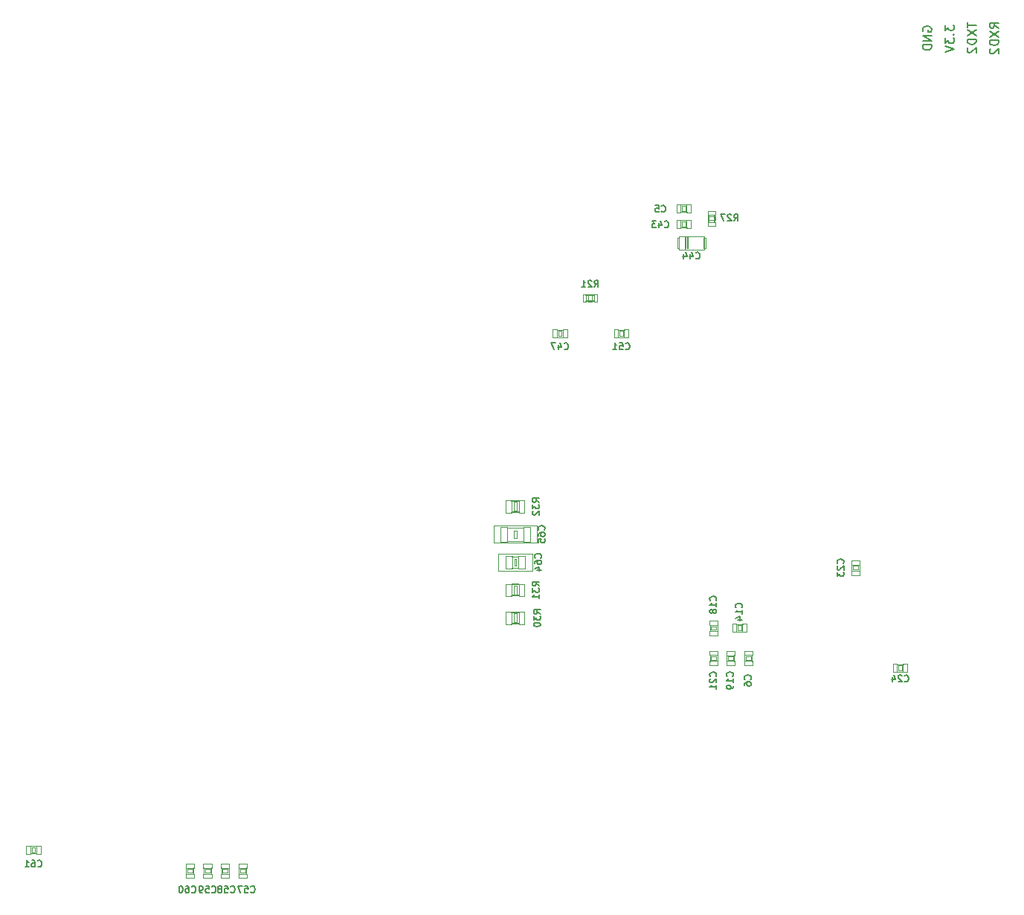
<source format=gbo>
G04 (created by PCBNEW (2013-03-19 BZR 4004)-stable) date 2015/1/22 14:09:10*
%MOIN*%
G04 Gerber Fmt 3.4, Leading zero omitted, Abs format*
%FSLAX34Y34*%
G01*
G70*
G90*
G04 APERTURE LIST*
%ADD10C,0*%
%ADD11C,0.008*%
%ADD12C,0.0026*%
%ADD13C,0.002*%
%ADD14C,0.004*%
%ADD15C,0.006*%
%ADD16C,0.0079*%
%ADD17C,0.005*%
G04 APERTURE END LIST*
G54D10*
G54D11*
X79161Y-31042D02*
X78971Y-30909D01*
X79161Y-30814D02*
X78761Y-30814D01*
X78761Y-30966D01*
X78780Y-31004D01*
X78800Y-31023D01*
X78838Y-31042D01*
X78895Y-31042D01*
X78933Y-31023D01*
X78952Y-31004D01*
X78971Y-30966D01*
X78971Y-30814D01*
X78761Y-31176D02*
X79161Y-31442D01*
X78761Y-31442D02*
X79161Y-31176D01*
X79161Y-31595D02*
X78761Y-31595D01*
X78761Y-31690D01*
X78780Y-31747D01*
X78819Y-31785D01*
X78857Y-31804D01*
X78933Y-31823D01*
X78990Y-31823D01*
X79066Y-31804D01*
X79104Y-31785D01*
X79142Y-31747D01*
X79161Y-31690D01*
X79161Y-31595D01*
X78800Y-31976D02*
X78780Y-31995D01*
X78761Y-32033D01*
X78761Y-32128D01*
X78780Y-32166D01*
X78800Y-32185D01*
X78838Y-32204D01*
X78876Y-32204D01*
X78933Y-32185D01*
X79161Y-31957D01*
X79161Y-32204D01*
X77761Y-30804D02*
X77761Y-31033D01*
X78161Y-30919D02*
X77761Y-30919D01*
X77761Y-31128D02*
X78161Y-31395D01*
X77761Y-31395D02*
X78161Y-31128D01*
X78161Y-31547D02*
X77761Y-31547D01*
X77761Y-31642D01*
X77780Y-31700D01*
X77819Y-31738D01*
X77857Y-31757D01*
X77933Y-31776D01*
X77990Y-31776D01*
X78066Y-31757D01*
X78104Y-31738D01*
X78142Y-31700D01*
X78161Y-31642D01*
X78161Y-31547D01*
X77800Y-31928D02*
X77780Y-31947D01*
X77761Y-31985D01*
X77761Y-32080D01*
X77780Y-32119D01*
X77800Y-32138D01*
X77838Y-32157D01*
X77876Y-32157D01*
X77933Y-32138D01*
X78161Y-31909D01*
X78161Y-32157D01*
X76761Y-30909D02*
X76761Y-31157D01*
X76914Y-31023D01*
X76914Y-31080D01*
X76933Y-31119D01*
X76952Y-31138D01*
X76990Y-31157D01*
X77085Y-31157D01*
X77123Y-31138D01*
X77142Y-31119D01*
X77161Y-31080D01*
X77161Y-30966D01*
X77142Y-30928D01*
X77123Y-30909D01*
X77123Y-31328D02*
X77142Y-31347D01*
X77161Y-31328D01*
X77142Y-31309D01*
X77123Y-31328D01*
X77161Y-31328D01*
X76761Y-31480D02*
X76761Y-31728D01*
X76914Y-31595D01*
X76914Y-31652D01*
X76933Y-31690D01*
X76952Y-31709D01*
X76990Y-31728D01*
X77085Y-31728D01*
X77123Y-31709D01*
X77142Y-31690D01*
X77161Y-31652D01*
X77161Y-31538D01*
X77142Y-31500D01*
X77123Y-31480D01*
X76761Y-31842D02*
X77161Y-31976D01*
X76761Y-32109D01*
X75780Y-31195D02*
X75761Y-31157D01*
X75761Y-31100D01*
X75780Y-31042D01*
X75819Y-31004D01*
X75857Y-30985D01*
X75933Y-30966D01*
X75990Y-30966D01*
X76066Y-30985D01*
X76104Y-31004D01*
X76142Y-31042D01*
X76161Y-31100D01*
X76161Y-31138D01*
X76142Y-31195D01*
X76123Y-31214D01*
X75990Y-31214D01*
X75990Y-31138D01*
X76161Y-31385D02*
X75761Y-31385D01*
X76161Y-31614D01*
X75761Y-31614D01*
X76161Y-31804D02*
X75761Y-31804D01*
X75761Y-31900D01*
X75780Y-31957D01*
X75819Y-31995D01*
X75857Y-32014D01*
X75933Y-32033D01*
X75990Y-32033D01*
X76066Y-32014D01*
X76104Y-31995D01*
X76142Y-31957D01*
X76161Y-31900D01*
X76161Y-31804D01*
G54D12*
X56830Y-53415D02*
X57126Y-53415D01*
X57126Y-53415D02*
X57126Y-54084D01*
X56830Y-54084D02*
X57126Y-54084D01*
X56830Y-53415D02*
X56830Y-54084D01*
X57874Y-53416D02*
X58170Y-53416D01*
X58170Y-53416D02*
X58170Y-54085D01*
X57874Y-54085D02*
X58170Y-54085D01*
X57874Y-53416D02*
X57874Y-54085D01*
X57422Y-53593D02*
X57578Y-53593D01*
X57578Y-53593D02*
X57578Y-53907D01*
X57422Y-53907D02*
X57578Y-53907D01*
X57422Y-53593D02*
X57422Y-53907D01*
G54D13*
X56527Y-54137D02*
X58473Y-54137D01*
X58473Y-53363D02*
X56527Y-53363D01*
X56527Y-53363D02*
X56527Y-54137D01*
X58473Y-54137D02*
X58473Y-53363D01*
G54D14*
X57121Y-54059D02*
X57879Y-54059D01*
X57121Y-53441D02*
X57879Y-53441D01*
G54D12*
X57929Y-55285D02*
X57634Y-55285D01*
X57634Y-55285D02*
X57634Y-54715D01*
X57929Y-54715D02*
X57634Y-54715D01*
X57929Y-55285D02*
X57929Y-54715D01*
X57360Y-55285D02*
X57065Y-55285D01*
X57065Y-55285D02*
X57065Y-54715D01*
X57360Y-54715D02*
X57065Y-54715D01*
X57360Y-55285D02*
X57360Y-54715D01*
X57539Y-55157D02*
X57461Y-55157D01*
X57461Y-55157D02*
X57461Y-54843D01*
X57539Y-54843D02*
X57461Y-54843D01*
X57539Y-55157D02*
X57539Y-54843D01*
G54D13*
X58276Y-54613D02*
X56724Y-54613D01*
X56724Y-55387D02*
X58276Y-55387D01*
X58276Y-55387D02*
X58276Y-54613D01*
G54D14*
X57650Y-54741D02*
X57350Y-54741D01*
X57640Y-55259D02*
X57350Y-55259D01*
G54D13*
X56724Y-54613D02*
X56724Y-55387D01*
G54D12*
X57660Y-57225D02*
X57915Y-57225D01*
X57915Y-57225D02*
X57915Y-57776D01*
X57660Y-57776D02*
X57915Y-57776D01*
X57660Y-57225D02*
X57660Y-57776D01*
X57080Y-57225D02*
X57336Y-57225D01*
X57336Y-57225D02*
X57336Y-57776D01*
X57080Y-57776D02*
X57336Y-57776D01*
X57080Y-57225D02*
X57080Y-57776D01*
X57422Y-57304D02*
X57578Y-57304D01*
X57578Y-57304D02*
X57578Y-57696D01*
X57422Y-57696D02*
X57578Y-57696D01*
X57422Y-57304D02*
X57422Y-57696D01*
G54D15*
X57339Y-57750D02*
X57661Y-57750D01*
X57339Y-57250D02*
X57661Y-57250D01*
G54D12*
X57660Y-55975D02*
X57915Y-55975D01*
X57915Y-55975D02*
X57915Y-56526D01*
X57660Y-56526D02*
X57915Y-56526D01*
X57660Y-55975D02*
X57660Y-56526D01*
X57080Y-55975D02*
X57336Y-55975D01*
X57336Y-55975D02*
X57336Y-56526D01*
X57080Y-56526D02*
X57336Y-56526D01*
X57080Y-55975D02*
X57080Y-56526D01*
X57422Y-56054D02*
X57578Y-56054D01*
X57578Y-56054D02*
X57578Y-56446D01*
X57422Y-56446D02*
X57578Y-56446D01*
X57422Y-56054D02*
X57422Y-56446D01*
G54D15*
X57339Y-56500D02*
X57661Y-56500D01*
X57339Y-56000D02*
X57661Y-56000D01*
G54D12*
X57660Y-52225D02*
X57915Y-52225D01*
X57915Y-52225D02*
X57915Y-52776D01*
X57660Y-52776D02*
X57915Y-52776D01*
X57660Y-52225D02*
X57660Y-52776D01*
X57080Y-52225D02*
X57336Y-52225D01*
X57336Y-52225D02*
X57336Y-52776D01*
X57080Y-52776D02*
X57336Y-52776D01*
X57080Y-52225D02*
X57080Y-52776D01*
X57422Y-52304D02*
X57578Y-52304D01*
X57578Y-52304D02*
X57578Y-52696D01*
X57422Y-52696D02*
X57578Y-52696D01*
X57422Y-52304D02*
X57422Y-52696D01*
G54D15*
X57339Y-52750D02*
X57661Y-52750D01*
X57339Y-52250D02*
X57661Y-52250D01*
G54D12*
X66472Y-39749D02*
X66472Y-39909D01*
X66472Y-39909D02*
X66132Y-39909D01*
X66132Y-39749D02*
X66132Y-39909D01*
X66472Y-39749D02*
X66132Y-39749D01*
X66472Y-39249D02*
X66472Y-39409D01*
X66472Y-39409D02*
X66132Y-39409D01*
X66132Y-39249D02*
X66132Y-39409D01*
X66472Y-39249D02*
X66132Y-39249D01*
X66459Y-39501D02*
X66459Y-39657D01*
X66459Y-39657D02*
X66145Y-39657D01*
X66145Y-39501D02*
X66145Y-39657D01*
X66459Y-39501D02*
X66145Y-39501D01*
G54D15*
X66442Y-39409D02*
X66442Y-39749D01*
X66162Y-39749D02*
X66162Y-39409D01*
G54D12*
X60680Y-43320D02*
X60520Y-43320D01*
X60520Y-43320D02*
X60520Y-42980D01*
X60680Y-42980D02*
X60520Y-42980D01*
X60680Y-43320D02*
X60680Y-42980D01*
X61180Y-43320D02*
X61020Y-43320D01*
X61020Y-43320D02*
X61020Y-42980D01*
X61180Y-42980D02*
X61020Y-42980D01*
X61180Y-43320D02*
X61180Y-42980D01*
X60928Y-43307D02*
X60772Y-43307D01*
X60772Y-43307D02*
X60772Y-42993D01*
X60928Y-42993D02*
X60772Y-42993D01*
X60928Y-43307D02*
X60928Y-42993D01*
G54D15*
X61020Y-43290D02*
X60680Y-43290D01*
X60680Y-43010D02*
X61020Y-43010D01*
G54D16*
X65252Y-40929D02*
X65252Y-40429D01*
X65152Y-40929D02*
X65152Y-40429D01*
G54D12*
X64773Y-40443D02*
X64851Y-40443D01*
X64851Y-40443D02*
X64851Y-40915D01*
X64773Y-40915D02*
X64851Y-40915D01*
X64773Y-40443D02*
X64773Y-40915D01*
X65953Y-40443D02*
X66031Y-40443D01*
X66031Y-40443D02*
X66031Y-40915D01*
X65953Y-40915D02*
X66031Y-40915D01*
X65953Y-40443D02*
X65953Y-40915D01*
X64832Y-40384D02*
X65088Y-40384D01*
X65088Y-40384D02*
X65088Y-40974D01*
X64832Y-40974D02*
X65088Y-40974D01*
X64832Y-40384D02*
X64832Y-40974D01*
G54D14*
X64832Y-40974D02*
X65972Y-40974D01*
X65972Y-40974D02*
X65972Y-40384D01*
X65972Y-40384D02*
X64832Y-40384D01*
X64832Y-40384D02*
X64832Y-40974D01*
G54D12*
X45465Y-68515D02*
X45465Y-68712D01*
X45465Y-68712D02*
X45091Y-68712D01*
X45091Y-68515D02*
X45091Y-68712D01*
X45465Y-68515D02*
X45091Y-68515D01*
X45465Y-68975D02*
X45465Y-69171D01*
X45465Y-69171D02*
X45091Y-69171D01*
X45091Y-68975D02*
X45091Y-69171D01*
X45465Y-68975D02*
X45091Y-68975D01*
X45398Y-68767D02*
X45398Y-68923D01*
X45398Y-68923D02*
X45162Y-68923D01*
X45162Y-68767D02*
X45162Y-68923D01*
X45398Y-68767D02*
X45162Y-68767D01*
G54D14*
X45110Y-68705D02*
X45110Y-68985D01*
X45444Y-68705D02*
X45444Y-68985D01*
G54D12*
X44677Y-68515D02*
X44677Y-68712D01*
X44677Y-68712D02*
X44303Y-68712D01*
X44303Y-68515D02*
X44303Y-68712D01*
X44677Y-68515D02*
X44303Y-68515D01*
X44677Y-68975D02*
X44677Y-69171D01*
X44677Y-69171D02*
X44303Y-69171D01*
X44303Y-68975D02*
X44303Y-69171D01*
X44677Y-68975D02*
X44303Y-68975D01*
X44610Y-68767D02*
X44610Y-68923D01*
X44610Y-68923D02*
X44374Y-68923D01*
X44374Y-68767D02*
X44374Y-68923D01*
X44610Y-68767D02*
X44374Y-68767D01*
G54D14*
X44322Y-68705D02*
X44322Y-68985D01*
X44656Y-68705D02*
X44656Y-68985D01*
G54D12*
X43890Y-68515D02*
X43890Y-68712D01*
X43890Y-68712D02*
X43516Y-68712D01*
X43516Y-68515D02*
X43516Y-68712D01*
X43890Y-68515D02*
X43516Y-68515D01*
X43890Y-68975D02*
X43890Y-69171D01*
X43890Y-69171D02*
X43516Y-69171D01*
X43516Y-68975D02*
X43516Y-69171D01*
X43890Y-68975D02*
X43516Y-68975D01*
X43823Y-68767D02*
X43823Y-68923D01*
X43823Y-68923D02*
X43587Y-68923D01*
X43587Y-68767D02*
X43587Y-68923D01*
X43823Y-68767D02*
X43587Y-68767D01*
G54D14*
X43535Y-68705D02*
X43535Y-68985D01*
X43869Y-68705D02*
X43869Y-68985D01*
G54D12*
X43103Y-68515D02*
X43103Y-68712D01*
X43103Y-68712D02*
X42729Y-68712D01*
X42729Y-68515D02*
X42729Y-68712D01*
X43103Y-68515D02*
X42729Y-68515D01*
X43103Y-68975D02*
X43103Y-69171D01*
X43103Y-69171D02*
X42729Y-69171D01*
X42729Y-68975D02*
X42729Y-69171D01*
X43103Y-68975D02*
X42729Y-68975D01*
X43036Y-68767D02*
X43036Y-68923D01*
X43036Y-68923D02*
X42800Y-68923D01*
X42800Y-68767D02*
X42800Y-68923D01*
X43036Y-68767D02*
X42800Y-68767D01*
G54D14*
X42748Y-68705D02*
X42748Y-68985D01*
X43082Y-68705D02*
X43082Y-68985D01*
G54D12*
X36230Y-68085D02*
X36033Y-68085D01*
X36033Y-68085D02*
X36033Y-67711D01*
X36230Y-67711D02*
X36033Y-67711D01*
X36230Y-68085D02*
X36230Y-67711D01*
X35770Y-68085D02*
X35574Y-68085D01*
X35574Y-68085D02*
X35574Y-67711D01*
X35770Y-67711D02*
X35574Y-67711D01*
X35770Y-68085D02*
X35770Y-67711D01*
X35978Y-68018D02*
X35822Y-68018D01*
X35822Y-68018D02*
X35822Y-67782D01*
X35978Y-67782D02*
X35822Y-67782D01*
X35978Y-68018D02*
X35978Y-67782D01*
G54D14*
X36040Y-67730D02*
X35760Y-67730D01*
X36040Y-68064D02*
X35760Y-68064D01*
G54D12*
X64722Y-38944D02*
X64919Y-38944D01*
X64919Y-38944D02*
X64919Y-39318D01*
X64722Y-39318D02*
X64919Y-39318D01*
X64722Y-38944D02*
X64722Y-39318D01*
X65182Y-38944D02*
X65378Y-38944D01*
X65378Y-38944D02*
X65378Y-39318D01*
X65182Y-39318D02*
X65378Y-39318D01*
X65182Y-38944D02*
X65182Y-39318D01*
X64974Y-39011D02*
X65130Y-39011D01*
X65130Y-39011D02*
X65130Y-39247D01*
X64974Y-39247D02*
X65130Y-39247D01*
X64974Y-39011D02*
X64974Y-39247D01*
G54D14*
X64912Y-39299D02*
X65192Y-39299D01*
X64912Y-38965D02*
X65192Y-38965D01*
G54D12*
X64722Y-39644D02*
X64919Y-39644D01*
X64919Y-39644D02*
X64919Y-40018D01*
X64722Y-40018D02*
X64919Y-40018D01*
X64722Y-39644D02*
X64722Y-40018D01*
X65182Y-39644D02*
X65378Y-39644D01*
X65378Y-39644D02*
X65378Y-40018D01*
X65182Y-40018D02*
X65378Y-40018D01*
X65182Y-39644D02*
X65182Y-40018D01*
X64974Y-39711D02*
X65130Y-39711D01*
X65130Y-39711D02*
X65130Y-39947D01*
X64974Y-39947D02*
X65130Y-39947D01*
X64974Y-39711D02*
X64974Y-39947D01*
G54D14*
X64912Y-39999D02*
X65192Y-39999D01*
X64912Y-39665D02*
X65192Y-39665D01*
G54D12*
X61920Y-44565D02*
X62117Y-44565D01*
X62117Y-44565D02*
X62117Y-44939D01*
X61920Y-44939D02*
X62117Y-44939D01*
X61920Y-44565D02*
X61920Y-44939D01*
X62380Y-44565D02*
X62576Y-44565D01*
X62576Y-44565D02*
X62576Y-44939D01*
X62380Y-44939D02*
X62576Y-44939D01*
X62380Y-44565D02*
X62380Y-44939D01*
X62172Y-44632D02*
X62328Y-44632D01*
X62328Y-44632D02*
X62328Y-44868D01*
X62172Y-44868D02*
X62328Y-44868D01*
X62172Y-44632D02*
X62172Y-44868D01*
G54D14*
X62110Y-44920D02*
X62390Y-44920D01*
X62110Y-44586D02*
X62390Y-44586D01*
G54D12*
X72565Y-55580D02*
X72565Y-55383D01*
X72565Y-55383D02*
X72939Y-55383D01*
X72939Y-55580D02*
X72939Y-55383D01*
X72565Y-55580D02*
X72939Y-55580D01*
X72565Y-55120D02*
X72565Y-54924D01*
X72565Y-54924D02*
X72939Y-54924D01*
X72939Y-55120D02*
X72939Y-54924D01*
X72565Y-55120D02*
X72939Y-55120D01*
X72632Y-55328D02*
X72632Y-55172D01*
X72632Y-55172D02*
X72868Y-55172D01*
X72868Y-55328D02*
X72868Y-55172D01*
X72632Y-55328D02*
X72868Y-55328D01*
G54D14*
X72920Y-55390D02*
X72920Y-55110D01*
X72586Y-55390D02*
X72586Y-55110D01*
G54D12*
X67877Y-58139D02*
X67680Y-58139D01*
X67680Y-58139D02*
X67680Y-57765D01*
X67877Y-57765D02*
X67680Y-57765D01*
X67877Y-58139D02*
X67877Y-57765D01*
X67417Y-58139D02*
X67221Y-58139D01*
X67221Y-58139D02*
X67221Y-57765D01*
X67417Y-57765D02*
X67221Y-57765D01*
X67417Y-58139D02*
X67417Y-57765D01*
X67625Y-58072D02*
X67469Y-58072D01*
X67469Y-58072D02*
X67469Y-57836D01*
X67625Y-57836D02*
X67469Y-57836D01*
X67625Y-58072D02*
X67625Y-57836D01*
G54D14*
X67687Y-57784D02*
X67407Y-57784D01*
X67687Y-58118D02*
X67407Y-58118D01*
G54D12*
X66212Y-58284D02*
X66212Y-58087D01*
X66212Y-58087D02*
X66586Y-58087D01*
X66586Y-58284D02*
X66586Y-58087D01*
X66212Y-58284D02*
X66586Y-58284D01*
X66212Y-57824D02*
X66212Y-57628D01*
X66212Y-57628D02*
X66586Y-57628D01*
X66586Y-57824D02*
X66586Y-57628D01*
X66212Y-57824D02*
X66586Y-57824D01*
X66279Y-58032D02*
X66279Y-57876D01*
X66279Y-57876D02*
X66515Y-57876D01*
X66515Y-58032D02*
X66515Y-57876D01*
X66279Y-58032D02*
X66515Y-58032D01*
G54D14*
X66567Y-58094D02*
X66567Y-57814D01*
X66233Y-58094D02*
X66233Y-57814D01*
G54D12*
X66962Y-59634D02*
X66962Y-59437D01*
X66962Y-59437D02*
X67336Y-59437D01*
X67336Y-59634D02*
X67336Y-59437D01*
X66962Y-59634D02*
X67336Y-59634D01*
X66962Y-59174D02*
X66962Y-58978D01*
X66962Y-58978D02*
X67336Y-58978D01*
X67336Y-59174D02*
X67336Y-58978D01*
X66962Y-59174D02*
X67336Y-59174D01*
X67029Y-59382D02*
X67029Y-59226D01*
X67029Y-59226D02*
X67265Y-59226D01*
X67265Y-59382D02*
X67265Y-59226D01*
X67029Y-59382D02*
X67265Y-59382D01*
G54D14*
X67317Y-59444D02*
X67317Y-59164D01*
X66983Y-59444D02*
X66983Y-59164D01*
G54D12*
X68132Y-58974D02*
X68132Y-59171D01*
X68132Y-59171D02*
X67758Y-59171D01*
X67758Y-58974D02*
X67758Y-59171D01*
X68132Y-58974D02*
X67758Y-58974D01*
X68132Y-59434D02*
X68132Y-59630D01*
X68132Y-59630D02*
X67758Y-59630D01*
X67758Y-59434D02*
X67758Y-59630D01*
X68132Y-59434D02*
X67758Y-59434D01*
X68065Y-59226D02*
X68065Y-59382D01*
X68065Y-59382D02*
X67829Y-59382D01*
X67829Y-59226D02*
X67829Y-59382D01*
X68065Y-59226D02*
X67829Y-59226D01*
G54D14*
X67777Y-59164D02*
X67777Y-59444D01*
X68111Y-59164D02*
X68111Y-59444D01*
G54D12*
X66582Y-58974D02*
X66582Y-59171D01*
X66582Y-59171D02*
X66208Y-59171D01*
X66208Y-58974D02*
X66208Y-59171D01*
X66582Y-58974D02*
X66208Y-58974D01*
X66582Y-59434D02*
X66582Y-59630D01*
X66582Y-59630D02*
X66208Y-59630D01*
X66208Y-59434D02*
X66208Y-59630D01*
X66582Y-59434D02*
X66208Y-59434D01*
X66515Y-59226D02*
X66515Y-59382D01*
X66515Y-59382D02*
X66279Y-59382D01*
X66279Y-59226D02*
X66279Y-59382D01*
X66515Y-59226D02*
X66279Y-59226D01*
G54D14*
X66227Y-59164D02*
X66227Y-59444D01*
X66561Y-59164D02*
X66561Y-59444D01*
G54D12*
X74420Y-59565D02*
X74617Y-59565D01*
X74617Y-59565D02*
X74617Y-59939D01*
X74420Y-59939D02*
X74617Y-59939D01*
X74420Y-59565D02*
X74420Y-59939D01*
X74880Y-59565D02*
X75076Y-59565D01*
X75076Y-59565D02*
X75076Y-59939D01*
X74880Y-59939D02*
X75076Y-59939D01*
X74880Y-59565D02*
X74880Y-59939D01*
X74672Y-59632D02*
X74828Y-59632D01*
X74828Y-59632D02*
X74828Y-59868D01*
X74672Y-59868D02*
X74828Y-59868D01*
X74672Y-59632D02*
X74672Y-59868D01*
G54D14*
X74610Y-59920D02*
X74890Y-59920D01*
X74610Y-59586D02*
X74890Y-59586D01*
G54D12*
X59830Y-44935D02*
X59633Y-44935D01*
X59633Y-44935D02*
X59633Y-44561D01*
X59830Y-44561D02*
X59633Y-44561D01*
X59830Y-44935D02*
X59830Y-44561D01*
X59370Y-44935D02*
X59174Y-44935D01*
X59174Y-44935D02*
X59174Y-44561D01*
X59370Y-44561D02*
X59174Y-44561D01*
X59370Y-44935D02*
X59370Y-44561D01*
X59578Y-44868D02*
X59422Y-44868D01*
X59422Y-44868D02*
X59422Y-44632D01*
X59578Y-44632D02*
X59422Y-44632D01*
X59578Y-44868D02*
X59578Y-44632D01*
G54D14*
X59640Y-44580D02*
X59360Y-44580D01*
X59640Y-44914D02*
X59360Y-44914D01*
G54D17*
X58792Y-53557D02*
X58807Y-53542D01*
X58821Y-53500D01*
X58821Y-53471D01*
X58807Y-53428D01*
X58778Y-53400D01*
X58750Y-53385D01*
X58692Y-53371D01*
X58650Y-53371D01*
X58592Y-53385D01*
X58564Y-53400D01*
X58535Y-53428D01*
X58521Y-53471D01*
X58521Y-53500D01*
X58535Y-53542D01*
X58550Y-53557D01*
X58521Y-53814D02*
X58521Y-53757D01*
X58535Y-53728D01*
X58550Y-53714D01*
X58592Y-53685D01*
X58650Y-53671D01*
X58764Y-53671D01*
X58792Y-53685D01*
X58807Y-53700D01*
X58821Y-53728D01*
X58821Y-53785D01*
X58807Y-53814D01*
X58792Y-53828D01*
X58764Y-53842D01*
X58692Y-53842D01*
X58664Y-53828D01*
X58650Y-53814D01*
X58635Y-53785D01*
X58635Y-53728D01*
X58650Y-53700D01*
X58664Y-53685D01*
X58692Y-53671D01*
X58521Y-54114D02*
X58521Y-53971D01*
X58664Y-53957D01*
X58650Y-53971D01*
X58635Y-54000D01*
X58635Y-54071D01*
X58650Y-54100D01*
X58664Y-54114D01*
X58692Y-54128D01*
X58764Y-54128D01*
X58792Y-54114D01*
X58807Y-54100D01*
X58821Y-54071D01*
X58821Y-54000D01*
X58807Y-53971D01*
X58792Y-53957D01*
X58642Y-54807D02*
X58657Y-54792D01*
X58671Y-54750D01*
X58671Y-54721D01*
X58657Y-54678D01*
X58628Y-54650D01*
X58600Y-54635D01*
X58542Y-54621D01*
X58500Y-54621D01*
X58442Y-54635D01*
X58414Y-54650D01*
X58385Y-54678D01*
X58371Y-54721D01*
X58371Y-54750D01*
X58385Y-54792D01*
X58400Y-54807D01*
X58371Y-55064D02*
X58371Y-55007D01*
X58385Y-54978D01*
X58400Y-54964D01*
X58442Y-54935D01*
X58500Y-54921D01*
X58614Y-54921D01*
X58642Y-54935D01*
X58657Y-54950D01*
X58671Y-54978D01*
X58671Y-55035D01*
X58657Y-55064D01*
X58642Y-55078D01*
X58614Y-55092D01*
X58542Y-55092D01*
X58514Y-55078D01*
X58500Y-55064D01*
X58485Y-55035D01*
X58485Y-54978D01*
X58500Y-54950D01*
X58514Y-54935D01*
X58542Y-54921D01*
X58471Y-55350D02*
X58671Y-55350D01*
X58357Y-55278D02*
X58571Y-55207D01*
X58571Y-55392D01*
X58621Y-57307D02*
X58478Y-57207D01*
X58621Y-57135D02*
X58321Y-57135D01*
X58321Y-57250D01*
X58335Y-57278D01*
X58350Y-57292D01*
X58378Y-57307D01*
X58421Y-57307D01*
X58450Y-57292D01*
X58464Y-57278D01*
X58478Y-57250D01*
X58478Y-57135D01*
X58321Y-57407D02*
X58321Y-57592D01*
X58435Y-57492D01*
X58435Y-57535D01*
X58450Y-57564D01*
X58464Y-57578D01*
X58492Y-57592D01*
X58564Y-57592D01*
X58592Y-57578D01*
X58607Y-57564D01*
X58621Y-57535D01*
X58621Y-57450D01*
X58607Y-57421D01*
X58592Y-57407D01*
X58321Y-57778D02*
X58321Y-57807D01*
X58335Y-57835D01*
X58350Y-57850D01*
X58378Y-57864D01*
X58435Y-57878D01*
X58507Y-57878D01*
X58564Y-57864D01*
X58592Y-57850D01*
X58607Y-57835D01*
X58621Y-57807D01*
X58621Y-57778D01*
X58607Y-57750D01*
X58592Y-57735D01*
X58564Y-57721D01*
X58507Y-57707D01*
X58435Y-57707D01*
X58378Y-57721D01*
X58350Y-57735D01*
X58335Y-57750D01*
X58321Y-57778D01*
X58571Y-56057D02*
X58428Y-55957D01*
X58571Y-55885D02*
X58271Y-55885D01*
X58271Y-56000D01*
X58285Y-56028D01*
X58300Y-56042D01*
X58328Y-56057D01*
X58371Y-56057D01*
X58400Y-56042D01*
X58414Y-56028D01*
X58428Y-56000D01*
X58428Y-55885D01*
X58271Y-56157D02*
X58271Y-56342D01*
X58385Y-56242D01*
X58385Y-56285D01*
X58400Y-56314D01*
X58414Y-56328D01*
X58442Y-56342D01*
X58514Y-56342D01*
X58542Y-56328D01*
X58557Y-56314D01*
X58571Y-56285D01*
X58571Y-56200D01*
X58557Y-56171D01*
X58542Y-56157D01*
X58571Y-56628D02*
X58571Y-56457D01*
X58571Y-56542D02*
X58271Y-56542D01*
X58314Y-56514D01*
X58342Y-56485D01*
X58357Y-56457D01*
X58571Y-52307D02*
X58428Y-52207D01*
X58571Y-52135D02*
X58271Y-52135D01*
X58271Y-52250D01*
X58285Y-52278D01*
X58300Y-52292D01*
X58328Y-52307D01*
X58371Y-52307D01*
X58400Y-52292D01*
X58414Y-52278D01*
X58428Y-52250D01*
X58428Y-52135D01*
X58271Y-52407D02*
X58271Y-52592D01*
X58385Y-52492D01*
X58385Y-52535D01*
X58400Y-52564D01*
X58414Y-52578D01*
X58442Y-52592D01*
X58514Y-52592D01*
X58542Y-52578D01*
X58557Y-52564D01*
X58571Y-52535D01*
X58571Y-52450D01*
X58557Y-52421D01*
X58542Y-52407D01*
X58300Y-52707D02*
X58285Y-52721D01*
X58271Y-52750D01*
X58271Y-52821D01*
X58285Y-52850D01*
X58300Y-52864D01*
X58328Y-52878D01*
X58357Y-52878D01*
X58400Y-52864D01*
X58571Y-52692D01*
X58571Y-52878D01*
X67295Y-39700D02*
X67395Y-39557D01*
X67466Y-39700D02*
X67466Y-39400D01*
X67352Y-39400D01*
X67323Y-39414D01*
X67309Y-39429D01*
X67295Y-39457D01*
X67295Y-39500D01*
X67309Y-39529D01*
X67323Y-39543D01*
X67352Y-39557D01*
X67466Y-39557D01*
X67180Y-39429D02*
X67166Y-39414D01*
X67138Y-39400D01*
X67066Y-39400D01*
X67038Y-39414D01*
X67023Y-39429D01*
X67009Y-39457D01*
X67009Y-39486D01*
X67023Y-39529D01*
X67195Y-39700D01*
X67009Y-39700D01*
X66909Y-39400D02*
X66709Y-39400D01*
X66838Y-39700D01*
X61042Y-42671D02*
X61142Y-42528D01*
X61214Y-42671D02*
X61214Y-42371D01*
X61100Y-42371D01*
X61071Y-42385D01*
X61057Y-42400D01*
X61042Y-42428D01*
X61042Y-42471D01*
X61057Y-42500D01*
X61071Y-42514D01*
X61100Y-42528D01*
X61214Y-42528D01*
X60928Y-42400D02*
X60914Y-42385D01*
X60885Y-42371D01*
X60814Y-42371D01*
X60785Y-42385D01*
X60771Y-42400D01*
X60757Y-42428D01*
X60757Y-42457D01*
X60771Y-42500D01*
X60942Y-42671D01*
X60757Y-42671D01*
X60471Y-42671D02*
X60642Y-42671D01*
X60557Y-42671D02*
X60557Y-42371D01*
X60585Y-42414D01*
X60614Y-42442D01*
X60642Y-42457D01*
X65595Y-41371D02*
X65609Y-41386D01*
X65652Y-41400D01*
X65680Y-41400D01*
X65723Y-41386D01*
X65752Y-41357D01*
X65766Y-41329D01*
X65780Y-41271D01*
X65780Y-41229D01*
X65766Y-41171D01*
X65752Y-41143D01*
X65723Y-41114D01*
X65680Y-41100D01*
X65652Y-41100D01*
X65609Y-41114D01*
X65595Y-41129D01*
X65338Y-41200D02*
X65338Y-41400D01*
X65409Y-41086D02*
X65480Y-41300D01*
X65295Y-41300D01*
X65052Y-41200D02*
X65052Y-41400D01*
X65123Y-41086D02*
X65195Y-41300D01*
X65009Y-41300D01*
X45642Y-69792D02*
X45657Y-69807D01*
X45700Y-69821D01*
X45728Y-69821D01*
X45771Y-69807D01*
X45800Y-69778D01*
X45814Y-69750D01*
X45828Y-69692D01*
X45828Y-69650D01*
X45814Y-69592D01*
X45800Y-69564D01*
X45771Y-69535D01*
X45728Y-69521D01*
X45700Y-69521D01*
X45657Y-69535D01*
X45642Y-69550D01*
X45371Y-69521D02*
X45514Y-69521D01*
X45528Y-69664D01*
X45514Y-69650D01*
X45485Y-69635D01*
X45414Y-69635D01*
X45385Y-69650D01*
X45371Y-69664D01*
X45357Y-69692D01*
X45357Y-69764D01*
X45371Y-69792D01*
X45385Y-69807D01*
X45414Y-69821D01*
X45485Y-69821D01*
X45514Y-69807D01*
X45528Y-69792D01*
X45257Y-69521D02*
X45057Y-69521D01*
X45185Y-69821D01*
X44742Y-69792D02*
X44757Y-69807D01*
X44800Y-69821D01*
X44828Y-69821D01*
X44871Y-69807D01*
X44900Y-69778D01*
X44914Y-69750D01*
X44928Y-69692D01*
X44928Y-69650D01*
X44914Y-69592D01*
X44900Y-69564D01*
X44871Y-69535D01*
X44828Y-69521D01*
X44800Y-69521D01*
X44757Y-69535D01*
X44742Y-69550D01*
X44471Y-69521D02*
X44614Y-69521D01*
X44628Y-69664D01*
X44614Y-69650D01*
X44585Y-69635D01*
X44514Y-69635D01*
X44485Y-69650D01*
X44471Y-69664D01*
X44457Y-69692D01*
X44457Y-69764D01*
X44471Y-69792D01*
X44485Y-69807D01*
X44514Y-69821D01*
X44585Y-69821D01*
X44614Y-69807D01*
X44628Y-69792D01*
X44285Y-69650D02*
X44314Y-69635D01*
X44328Y-69621D01*
X44342Y-69592D01*
X44342Y-69578D01*
X44328Y-69550D01*
X44314Y-69535D01*
X44285Y-69521D01*
X44228Y-69521D01*
X44200Y-69535D01*
X44185Y-69550D01*
X44171Y-69578D01*
X44171Y-69592D01*
X44185Y-69621D01*
X44200Y-69635D01*
X44228Y-69650D01*
X44285Y-69650D01*
X44314Y-69664D01*
X44328Y-69678D01*
X44342Y-69707D01*
X44342Y-69764D01*
X44328Y-69792D01*
X44314Y-69807D01*
X44285Y-69821D01*
X44228Y-69821D01*
X44200Y-69807D01*
X44185Y-69792D01*
X44171Y-69764D01*
X44171Y-69707D01*
X44185Y-69678D01*
X44200Y-69664D01*
X44228Y-69650D01*
X43892Y-69792D02*
X43907Y-69807D01*
X43950Y-69821D01*
X43978Y-69821D01*
X44021Y-69807D01*
X44050Y-69778D01*
X44064Y-69750D01*
X44078Y-69692D01*
X44078Y-69650D01*
X44064Y-69592D01*
X44050Y-69564D01*
X44021Y-69535D01*
X43978Y-69521D01*
X43950Y-69521D01*
X43907Y-69535D01*
X43892Y-69550D01*
X43621Y-69521D02*
X43764Y-69521D01*
X43778Y-69664D01*
X43764Y-69650D01*
X43735Y-69635D01*
X43664Y-69635D01*
X43635Y-69650D01*
X43621Y-69664D01*
X43607Y-69692D01*
X43607Y-69764D01*
X43621Y-69792D01*
X43635Y-69807D01*
X43664Y-69821D01*
X43735Y-69821D01*
X43764Y-69807D01*
X43778Y-69792D01*
X43464Y-69821D02*
X43407Y-69821D01*
X43378Y-69807D01*
X43364Y-69792D01*
X43335Y-69750D01*
X43321Y-69692D01*
X43321Y-69578D01*
X43335Y-69550D01*
X43350Y-69535D01*
X43378Y-69521D01*
X43435Y-69521D01*
X43464Y-69535D01*
X43478Y-69550D01*
X43492Y-69578D01*
X43492Y-69650D01*
X43478Y-69678D01*
X43464Y-69692D01*
X43435Y-69707D01*
X43378Y-69707D01*
X43350Y-69692D01*
X43335Y-69678D01*
X43321Y-69650D01*
X42992Y-69792D02*
X43007Y-69807D01*
X43050Y-69821D01*
X43078Y-69821D01*
X43121Y-69807D01*
X43150Y-69778D01*
X43164Y-69750D01*
X43178Y-69692D01*
X43178Y-69650D01*
X43164Y-69592D01*
X43150Y-69564D01*
X43121Y-69535D01*
X43078Y-69521D01*
X43050Y-69521D01*
X43007Y-69535D01*
X42992Y-69550D01*
X42735Y-69521D02*
X42792Y-69521D01*
X42821Y-69535D01*
X42835Y-69550D01*
X42864Y-69592D01*
X42878Y-69650D01*
X42878Y-69764D01*
X42864Y-69792D01*
X42850Y-69807D01*
X42821Y-69821D01*
X42764Y-69821D01*
X42735Y-69807D01*
X42721Y-69792D01*
X42707Y-69764D01*
X42707Y-69692D01*
X42721Y-69664D01*
X42735Y-69650D01*
X42764Y-69635D01*
X42821Y-69635D01*
X42850Y-69650D01*
X42864Y-69664D01*
X42878Y-69692D01*
X42521Y-69521D02*
X42492Y-69521D01*
X42464Y-69535D01*
X42450Y-69550D01*
X42435Y-69578D01*
X42421Y-69635D01*
X42421Y-69707D01*
X42435Y-69764D01*
X42450Y-69792D01*
X42464Y-69807D01*
X42492Y-69821D01*
X42521Y-69821D01*
X42550Y-69807D01*
X42564Y-69792D01*
X42578Y-69764D01*
X42592Y-69707D01*
X42592Y-69635D01*
X42578Y-69578D01*
X42564Y-69550D01*
X42550Y-69535D01*
X42521Y-69521D01*
X36092Y-68642D02*
X36107Y-68657D01*
X36150Y-68671D01*
X36178Y-68671D01*
X36221Y-68657D01*
X36250Y-68628D01*
X36264Y-68600D01*
X36278Y-68542D01*
X36278Y-68500D01*
X36264Y-68442D01*
X36250Y-68414D01*
X36221Y-68385D01*
X36178Y-68371D01*
X36150Y-68371D01*
X36107Y-68385D01*
X36092Y-68400D01*
X35835Y-68371D02*
X35892Y-68371D01*
X35921Y-68385D01*
X35935Y-68400D01*
X35964Y-68442D01*
X35978Y-68500D01*
X35978Y-68614D01*
X35964Y-68642D01*
X35950Y-68657D01*
X35921Y-68671D01*
X35864Y-68671D01*
X35835Y-68657D01*
X35821Y-68642D01*
X35807Y-68614D01*
X35807Y-68542D01*
X35821Y-68514D01*
X35835Y-68500D01*
X35864Y-68485D01*
X35921Y-68485D01*
X35950Y-68500D01*
X35964Y-68514D01*
X35978Y-68542D01*
X35521Y-68671D02*
X35692Y-68671D01*
X35607Y-68671D02*
X35607Y-68371D01*
X35635Y-68414D01*
X35664Y-68442D01*
X35692Y-68457D01*
X64052Y-39271D02*
X64066Y-39286D01*
X64109Y-39300D01*
X64138Y-39300D01*
X64180Y-39286D01*
X64209Y-39257D01*
X64223Y-39229D01*
X64238Y-39171D01*
X64238Y-39129D01*
X64223Y-39071D01*
X64209Y-39043D01*
X64180Y-39014D01*
X64138Y-39000D01*
X64109Y-39000D01*
X64066Y-39014D01*
X64052Y-39029D01*
X63780Y-39000D02*
X63923Y-39000D01*
X63938Y-39143D01*
X63923Y-39129D01*
X63895Y-39114D01*
X63823Y-39114D01*
X63795Y-39129D01*
X63780Y-39143D01*
X63766Y-39171D01*
X63766Y-39243D01*
X63780Y-39271D01*
X63795Y-39286D01*
X63823Y-39300D01*
X63895Y-39300D01*
X63923Y-39286D01*
X63938Y-39271D01*
X64195Y-39971D02*
X64209Y-39986D01*
X64252Y-40000D01*
X64280Y-40000D01*
X64323Y-39986D01*
X64352Y-39957D01*
X64366Y-39929D01*
X64380Y-39871D01*
X64380Y-39829D01*
X64366Y-39771D01*
X64352Y-39743D01*
X64323Y-39714D01*
X64280Y-39700D01*
X64252Y-39700D01*
X64209Y-39714D01*
X64195Y-39729D01*
X63938Y-39800D02*
X63938Y-40000D01*
X64009Y-39686D02*
X64080Y-39900D01*
X63895Y-39900D01*
X63809Y-39700D02*
X63623Y-39700D01*
X63723Y-39814D01*
X63680Y-39814D01*
X63652Y-39829D01*
X63638Y-39843D01*
X63623Y-39871D01*
X63623Y-39943D01*
X63638Y-39971D01*
X63652Y-39986D01*
X63680Y-40000D01*
X63766Y-40000D01*
X63795Y-39986D01*
X63809Y-39971D01*
X62442Y-45442D02*
X62457Y-45457D01*
X62500Y-45471D01*
X62528Y-45471D01*
X62571Y-45457D01*
X62600Y-45428D01*
X62614Y-45400D01*
X62628Y-45342D01*
X62628Y-45300D01*
X62614Y-45242D01*
X62600Y-45214D01*
X62571Y-45185D01*
X62528Y-45171D01*
X62500Y-45171D01*
X62457Y-45185D01*
X62442Y-45200D01*
X62171Y-45171D02*
X62314Y-45171D01*
X62328Y-45314D01*
X62314Y-45300D01*
X62285Y-45285D01*
X62214Y-45285D01*
X62185Y-45300D01*
X62171Y-45314D01*
X62157Y-45342D01*
X62157Y-45414D01*
X62171Y-45442D01*
X62185Y-45457D01*
X62214Y-45471D01*
X62285Y-45471D01*
X62314Y-45457D01*
X62328Y-45442D01*
X61871Y-45471D02*
X62042Y-45471D01*
X61957Y-45471D02*
X61957Y-45171D01*
X61985Y-45214D01*
X62014Y-45242D01*
X62042Y-45257D01*
X72192Y-55057D02*
X72207Y-55042D01*
X72221Y-55000D01*
X72221Y-54971D01*
X72207Y-54928D01*
X72178Y-54900D01*
X72150Y-54885D01*
X72092Y-54871D01*
X72050Y-54871D01*
X71992Y-54885D01*
X71964Y-54900D01*
X71935Y-54928D01*
X71921Y-54971D01*
X71921Y-55000D01*
X71935Y-55042D01*
X71950Y-55057D01*
X71950Y-55171D02*
X71935Y-55185D01*
X71921Y-55214D01*
X71921Y-55285D01*
X71935Y-55314D01*
X71950Y-55328D01*
X71978Y-55342D01*
X72007Y-55342D01*
X72050Y-55328D01*
X72221Y-55157D01*
X72221Y-55342D01*
X71921Y-55442D02*
X71921Y-55628D01*
X72035Y-55528D01*
X72035Y-55571D01*
X72050Y-55600D01*
X72064Y-55614D01*
X72092Y-55628D01*
X72164Y-55628D01*
X72192Y-55614D01*
X72207Y-55600D01*
X72221Y-55571D01*
X72221Y-55485D01*
X72207Y-55457D01*
X72192Y-55442D01*
X67640Y-57037D02*
X67654Y-57022D01*
X67669Y-56979D01*
X67669Y-56951D01*
X67654Y-56908D01*
X67626Y-56879D01*
X67597Y-56865D01*
X67540Y-56851D01*
X67497Y-56851D01*
X67440Y-56865D01*
X67411Y-56879D01*
X67383Y-56908D01*
X67369Y-56951D01*
X67369Y-56979D01*
X67383Y-57022D01*
X67397Y-57037D01*
X67669Y-57322D02*
X67669Y-57151D01*
X67669Y-57237D02*
X67369Y-57237D01*
X67411Y-57208D01*
X67440Y-57179D01*
X67454Y-57151D01*
X67469Y-57579D02*
X67669Y-57579D01*
X67354Y-57508D02*
X67569Y-57437D01*
X67569Y-57622D01*
X66490Y-56711D02*
X66504Y-56697D01*
X66519Y-56654D01*
X66519Y-56626D01*
X66504Y-56583D01*
X66476Y-56554D01*
X66447Y-56540D01*
X66390Y-56526D01*
X66347Y-56526D01*
X66290Y-56540D01*
X66261Y-56554D01*
X66233Y-56583D01*
X66219Y-56626D01*
X66219Y-56654D01*
X66233Y-56697D01*
X66247Y-56711D01*
X66519Y-56997D02*
X66519Y-56826D01*
X66519Y-56911D02*
X66219Y-56911D01*
X66261Y-56883D01*
X66290Y-56854D01*
X66304Y-56826D01*
X66347Y-57169D02*
X66333Y-57140D01*
X66319Y-57126D01*
X66290Y-57111D01*
X66276Y-57111D01*
X66247Y-57126D01*
X66233Y-57140D01*
X66219Y-57169D01*
X66219Y-57226D01*
X66233Y-57254D01*
X66247Y-57269D01*
X66276Y-57283D01*
X66290Y-57283D01*
X66319Y-57269D01*
X66333Y-57254D01*
X66347Y-57226D01*
X66347Y-57169D01*
X66361Y-57140D01*
X66376Y-57126D01*
X66404Y-57111D01*
X66461Y-57111D01*
X66490Y-57126D01*
X66504Y-57140D01*
X66519Y-57169D01*
X66519Y-57226D01*
X66504Y-57254D01*
X66490Y-57269D01*
X66461Y-57283D01*
X66404Y-57283D01*
X66376Y-57269D01*
X66361Y-57254D01*
X66347Y-57226D01*
X67240Y-60111D02*
X67254Y-60097D01*
X67269Y-60054D01*
X67269Y-60026D01*
X67254Y-59983D01*
X67226Y-59954D01*
X67197Y-59940D01*
X67140Y-59926D01*
X67097Y-59926D01*
X67040Y-59940D01*
X67011Y-59954D01*
X66983Y-59983D01*
X66969Y-60026D01*
X66969Y-60054D01*
X66983Y-60097D01*
X66997Y-60111D01*
X67269Y-60397D02*
X67269Y-60226D01*
X67269Y-60311D02*
X66969Y-60311D01*
X67011Y-60283D01*
X67040Y-60254D01*
X67054Y-60226D01*
X67269Y-60540D02*
X67269Y-60597D01*
X67254Y-60626D01*
X67240Y-60640D01*
X67197Y-60669D01*
X67140Y-60683D01*
X67026Y-60683D01*
X66997Y-60669D01*
X66983Y-60654D01*
X66969Y-60626D01*
X66969Y-60569D01*
X66983Y-60540D01*
X66997Y-60526D01*
X67026Y-60511D01*
X67097Y-60511D01*
X67126Y-60526D01*
X67140Y-60540D01*
X67154Y-60569D01*
X67154Y-60626D01*
X67140Y-60654D01*
X67126Y-60669D01*
X67097Y-60683D01*
X68040Y-60254D02*
X68054Y-60240D01*
X68069Y-60197D01*
X68069Y-60169D01*
X68054Y-60126D01*
X68026Y-60097D01*
X67997Y-60083D01*
X67940Y-60069D01*
X67897Y-60069D01*
X67840Y-60083D01*
X67811Y-60097D01*
X67783Y-60126D01*
X67769Y-60169D01*
X67769Y-60197D01*
X67783Y-60240D01*
X67797Y-60254D01*
X67769Y-60511D02*
X67769Y-60454D01*
X67783Y-60426D01*
X67797Y-60411D01*
X67840Y-60383D01*
X67897Y-60369D01*
X68011Y-60369D01*
X68040Y-60383D01*
X68054Y-60397D01*
X68069Y-60426D01*
X68069Y-60483D01*
X68054Y-60511D01*
X68040Y-60526D01*
X68011Y-60540D01*
X67940Y-60540D01*
X67911Y-60526D01*
X67897Y-60511D01*
X67883Y-60483D01*
X67883Y-60426D01*
X67897Y-60397D01*
X67911Y-60383D01*
X67940Y-60369D01*
X66490Y-60111D02*
X66504Y-60097D01*
X66519Y-60054D01*
X66519Y-60026D01*
X66504Y-59983D01*
X66476Y-59954D01*
X66447Y-59940D01*
X66390Y-59926D01*
X66347Y-59926D01*
X66290Y-59940D01*
X66261Y-59954D01*
X66233Y-59983D01*
X66219Y-60026D01*
X66219Y-60054D01*
X66233Y-60097D01*
X66247Y-60111D01*
X66247Y-60226D02*
X66233Y-60240D01*
X66219Y-60269D01*
X66219Y-60340D01*
X66233Y-60369D01*
X66247Y-60383D01*
X66276Y-60397D01*
X66304Y-60397D01*
X66347Y-60383D01*
X66519Y-60211D01*
X66519Y-60397D01*
X66519Y-60683D02*
X66519Y-60511D01*
X66519Y-60597D02*
X66219Y-60597D01*
X66261Y-60569D01*
X66290Y-60540D01*
X66304Y-60511D01*
X74942Y-60342D02*
X74957Y-60357D01*
X75000Y-60371D01*
X75028Y-60371D01*
X75071Y-60357D01*
X75100Y-60328D01*
X75114Y-60300D01*
X75128Y-60242D01*
X75128Y-60200D01*
X75114Y-60142D01*
X75100Y-60114D01*
X75071Y-60085D01*
X75028Y-60071D01*
X75000Y-60071D01*
X74957Y-60085D01*
X74942Y-60100D01*
X74828Y-60100D02*
X74814Y-60085D01*
X74785Y-60071D01*
X74714Y-60071D01*
X74685Y-60085D01*
X74671Y-60100D01*
X74657Y-60128D01*
X74657Y-60157D01*
X74671Y-60200D01*
X74842Y-60371D01*
X74657Y-60371D01*
X74400Y-60171D02*
X74400Y-60371D01*
X74471Y-60057D02*
X74542Y-60271D01*
X74357Y-60271D01*
X59692Y-45442D02*
X59707Y-45457D01*
X59750Y-45471D01*
X59778Y-45471D01*
X59821Y-45457D01*
X59850Y-45428D01*
X59864Y-45400D01*
X59878Y-45342D01*
X59878Y-45300D01*
X59864Y-45242D01*
X59850Y-45214D01*
X59821Y-45185D01*
X59778Y-45171D01*
X59750Y-45171D01*
X59707Y-45185D01*
X59692Y-45200D01*
X59435Y-45271D02*
X59435Y-45471D01*
X59507Y-45157D02*
X59578Y-45371D01*
X59392Y-45371D01*
X59307Y-45171D02*
X59107Y-45171D01*
X59235Y-45471D01*
M02*

</source>
